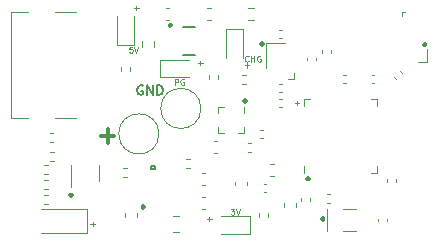
<source format=gbr>
%TF.GenerationSoftware,KiCad,Pcbnew,(5.1.9)-1*%
%TF.CreationDate,2021-05-29T14:53:35+02:00*%
%TF.ProjectId,Speed_sensor,53706565-645f-4736-956e-736f722e6b69,1.0*%
%TF.SameCoordinates,Original*%
%TF.FileFunction,Legend,Top*%
%TF.FilePolarity,Positive*%
%FSLAX46Y46*%
G04 Gerber Fmt 4.6, Leading zero omitted, Abs format (unit mm)*
G04 Created by KiCad (PCBNEW (5.1.9)-1) date 2021-05-29 14:53:35*
%MOMM*%
%LPD*%
G01*
G04 APERTURE LIST*
%ADD10C,0.125000*%
%ADD11C,0.300000*%
%ADD12C,0.200000*%
%ADD13C,0.120000*%
%ADD14C,0.152400*%
G04 APERTURE END LIST*
D10*
X46482047Y-43342690D02*
X46482047Y-42842690D01*
X46672523Y-42842690D01*
X46720142Y-42866500D01*
X46743952Y-42890309D01*
X46767761Y-42937928D01*
X46767761Y-43009357D01*
X46743952Y-43056976D01*
X46720142Y-43080785D01*
X46672523Y-43104595D01*
X46482047Y-43104595D01*
X47243952Y-42866500D02*
X47196333Y-42842690D01*
X47124904Y-42842690D01*
X47053476Y-42866500D01*
X47005857Y-42914119D01*
X46982047Y-42961738D01*
X46958238Y-43056976D01*
X46958238Y-43128404D01*
X46982047Y-43223642D01*
X47005857Y-43271261D01*
X47053476Y-43318880D01*
X47124904Y-43342690D01*
X47172523Y-43342690D01*
X47243952Y-43318880D01*
X47267761Y-43295071D01*
X47267761Y-43128404D01*
X47172523Y-43128404D01*
X52728857Y-41326571D02*
X52705047Y-41350380D01*
X52633619Y-41374190D01*
X52586000Y-41374190D01*
X52514571Y-41350380D01*
X52466952Y-41302761D01*
X52443142Y-41255142D01*
X52419333Y-41159904D01*
X52419333Y-41088476D01*
X52443142Y-40993238D01*
X52466952Y-40945619D01*
X52514571Y-40898000D01*
X52586000Y-40874190D01*
X52633619Y-40874190D01*
X52705047Y-40898000D01*
X52728857Y-40921809D01*
X52943142Y-41374190D02*
X52943142Y-40874190D01*
X52943142Y-41112285D02*
X53228857Y-41112285D01*
X53228857Y-41374190D02*
X53228857Y-40874190D01*
X53728857Y-40898000D02*
X53681238Y-40874190D01*
X53609809Y-40874190D01*
X53538380Y-40898000D01*
X53490761Y-40945619D01*
X53466952Y-40993238D01*
X53443142Y-41088476D01*
X53443142Y-41159904D01*
X53466952Y-41255142D01*
X53490761Y-41302761D01*
X53538380Y-41350380D01*
X53609809Y-41374190D01*
X53657428Y-41374190D01*
X53728857Y-41350380D01*
X53752666Y-41326571D01*
X53752666Y-41159904D01*
X53657428Y-41159904D01*
X42894261Y-40112190D02*
X42656166Y-40112190D01*
X42632357Y-40350285D01*
X42656166Y-40326476D01*
X42703785Y-40302666D01*
X42822833Y-40302666D01*
X42870452Y-40326476D01*
X42894261Y-40350285D01*
X42918071Y-40397904D01*
X42918071Y-40516952D01*
X42894261Y-40564571D01*
X42870452Y-40588380D01*
X42822833Y-40612190D01*
X42703785Y-40612190D01*
X42656166Y-40588380D01*
X42632357Y-40564571D01*
X43060928Y-40112190D02*
X43227595Y-40612190D01*
X43394261Y-40112190D01*
X51219147Y-53828190D02*
X51528671Y-53828190D01*
X51362004Y-54018666D01*
X51433433Y-54018666D01*
X51481052Y-54042476D01*
X51504861Y-54066285D01*
X51528671Y-54113904D01*
X51528671Y-54232952D01*
X51504861Y-54280571D01*
X51481052Y-54304380D01*
X51433433Y-54328190D01*
X51290576Y-54328190D01*
X51242957Y-54304380D01*
X51219147Y-54280571D01*
X51671528Y-53828190D02*
X51838195Y-54328190D01*
X52004861Y-53828190D01*
X43040323Y-36853014D02*
X43421276Y-36853014D01*
X43230800Y-37043490D02*
X43230800Y-36662538D01*
X52387523Y-41691714D02*
X52768476Y-41691714D01*
X52578000Y-41882190D02*
X52578000Y-41501238D01*
X48450523Y-41501214D02*
X48831476Y-41501214D01*
X48641000Y-41691690D02*
X48641000Y-41310738D01*
D11*
X52451000Y-44668214D02*
X52522428Y-44739642D01*
X52451000Y-44811071D01*
X52379571Y-44739642D01*
X52451000Y-44668214D01*
X52451000Y-44811071D01*
X58991500Y-54637714D02*
X59062928Y-54709142D01*
X58991500Y-54780571D01*
X58920071Y-54709142D01*
X58991500Y-54637714D01*
X58991500Y-54780571D01*
D10*
X56616623Y-44892114D02*
X56997576Y-44892114D01*
X56807100Y-45082590D02*
X56807100Y-44701638D01*
X49212523Y-54709214D02*
X49593476Y-54709214D01*
X49403000Y-54899690D02*
X49403000Y-54518738D01*
X39331923Y-55128314D02*
X39712876Y-55128314D01*
X39522400Y-55318790D02*
X39522400Y-54937838D01*
D11*
X46110100Y-38246614D02*
X46181528Y-38318042D01*
X46110100Y-38389471D01*
X46038671Y-38318042D01*
X46110100Y-38246614D01*
X46110100Y-38389471D01*
X53882500Y-39842214D02*
X53953928Y-39913642D01*
X53882500Y-39985071D01*
X53811071Y-39913642D01*
X53882500Y-39842214D01*
X53882500Y-39985071D01*
X67623900Y-39859514D02*
X67695328Y-39930942D01*
X67623900Y-40002371D01*
X67552471Y-39930942D01*
X67623900Y-39859514D01*
X67623900Y-40002371D01*
X57785000Y-51208714D02*
X57856428Y-51280142D01*
X57785000Y-51351571D01*
X57713571Y-51280142D01*
X57785000Y-51208714D01*
X57785000Y-51351571D01*
X43824100Y-53600914D02*
X43895528Y-53672342D01*
X43824100Y-53743771D01*
X43752671Y-53672342D01*
X43824100Y-53600914D01*
X43824100Y-53743771D01*
X37690000Y-52635714D02*
X37761428Y-52707142D01*
X37690000Y-52778571D01*
X37618571Y-52707142D01*
X37690000Y-52635714D01*
X37690000Y-52778571D01*
D12*
X43770476Y-43430000D02*
X43694285Y-43391904D01*
X43580000Y-43391904D01*
X43465714Y-43430000D01*
X43389523Y-43506190D01*
X43351428Y-43582380D01*
X43313333Y-43734761D01*
X43313333Y-43849047D01*
X43351428Y-44001428D01*
X43389523Y-44077619D01*
X43465714Y-44153809D01*
X43580000Y-44191904D01*
X43656190Y-44191904D01*
X43770476Y-44153809D01*
X43808571Y-44115714D01*
X43808571Y-43849047D01*
X43656190Y-43849047D01*
X44151428Y-44191904D02*
X44151428Y-43391904D01*
X44608571Y-44191904D01*
X44608571Y-43391904D01*
X44989523Y-44191904D02*
X44989523Y-43391904D01*
X45180000Y-43391904D01*
X45294285Y-43430000D01*
X45370476Y-43506190D01*
X45408571Y-43582380D01*
X45446666Y-43734761D01*
X45446666Y-43849047D01*
X45408571Y-44001428D01*
X45370476Y-44077619D01*
X45294285Y-44153809D01*
X45180000Y-44191904D01*
X44989523Y-44191904D01*
D11*
X40218571Y-47657142D02*
X41361428Y-47657142D01*
X40790000Y-48228571D02*
X40790000Y-47085714D01*
D13*
%TO.C,R2*%
X43673500Y-39623276D02*
X43673500Y-40132724D01*
X44718500Y-39623276D02*
X44718500Y-40132724D01*
%TO.C,C22*%
X65232349Y-42836466D02*
X65068534Y-42672651D01*
X65741466Y-42327349D02*
X65577651Y-42163534D01*
%TO.C,U6*%
X40022000Y-51500000D02*
X40022000Y-50100000D01*
X37702000Y-50100000D02*
X37702000Y-52000000D01*
%TO.C,Y1*%
X60726000Y-53835000D02*
X61826000Y-53835000D01*
X60726000Y-55735000D02*
X61826000Y-55735000D01*
X59326000Y-53885000D02*
X59326000Y-55685000D01*
%TO.C,C1*%
X45727233Y-37822600D02*
X46019767Y-37822600D01*
X45727233Y-36802600D02*
X46019767Y-36802600D01*
%TO.C,C2*%
X49522767Y-37822600D02*
X49230233Y-37822600D01*
X49522767Y-36802600D02*
X49230233Y-36802600D01*
%TO.C,C4*%
X42289000Y-54502267D02*
X42289000Y-54209733D01*
X43309000Y-54502267D02*
X43309000Y-54209733D01*
%TO.C,C6*%
X48748733Y-51818000D02*
X49041267Y-51818000D01*
X48748733Y-50798000D02*
X49041267Y-50798000D01*
%TO.C,C7*%
X48748733Y-53850000D02*
X49041267Y-53850000D01*
X48748733Y-52830000D02*
X49041267Y-52830000D01*
%TO.C,C8*%
X56706000Y-53368733D02*
X56706000Y-53661267D01*
X55686000Y-53368733D02*
X55686000Y-53661267D01*
%TO.C,C9*%
X64472000Y-51299665D02*
X64472000Y-51531335D01*
X65192000Y-51299665D02*
X65192000Y-51531335D01*
%TO.C,C10*%
X55519835Y-44511000D02*
X55288165Y-44511000D01*
X55519835Y-45231000D02*
X55288165Y-45231000D01*
%TO.C,C11*%
X58420000Y-41263835D02*
X58420000Y-41032165D01*
X57700000Y-41263835D02*
X57700000Y-41032165D01*
%TO.C,C12*%
X58970000Y-40660835D02*
X58970000Y-40429165D01*
X59690000Y-40660835D02*
X59690000Y-40429165D01*
%TO.C,C13*%
X57910000Y-52950165D02*
X57910000Y-53181835D01*
X57190000Y-52950165D02*
X57190000Y-53181835D01*
%TO.C,C14*%
X51560000Y-51542733D02*
X51560000Y-51835267D01*
X52580000Y-51542733D02*
X52580000Y-51835267D01*
%TO.C,C15*%
X59613835Y-53319000D02*
X59382165Y-53319000D01*
X59613835Y-52599000D02*
X59382165Y-52599000D01*
%TO.C,C16*%
X64430000Y-54669165D02*
X64430000Y-54900835D01*
X63710000Y-54669165D02*
X63710000Y-54900835D01*
%TO.C,C17*%
X60748165Y-43208000D02*
X60979835Y-43208000D01*
X60748165Y-42488000D02*
X60979835Y-42488000D01*
%TO.C,C18*%
X55288165Y-38669000D02*
X55519835Y-38669000D01*
X55288165Y-39389000D02*
X55519835Y-39389000D01*
%TO.C,C19*%
X55519835Y-43241000D02*
X55288165Y-43241000D01*
X55519835Y-43961000D02*
X55288165Y-43961000D01*
%TO.C,C20*%
X52716165Y-48281000D02*
X52947835Y-48281000D01*
X52716165Y-49001000D02*
X52947835Y-49001000D01*
%TO.C,C21*%
X50057267Y-49151000D02*
X49764733Y-49151000D01*
X50057267Y-48131000D02*
X49764733Y-48131000D01*
%TO.C,D1*%
X41573000Y-37474000D02*
X41573000Y-39934000D01*
X41573000Y-39934000D02*
X43043000Y-39934000D01*
X43043000Y-39934000D02*
X43043000Y-37474000D01*
%TO.C,D2*%
X47663000Y-41225800D02*
X45203000Y-41225800D01*
X45203000Y-41225800D02*
X45203000Y-42695800D01*
X45203000Y-42695800D02*
X47663000Y-42695800D01*
%TO.C,D3*%
X50827000Y-38587600D02*
X50827000Y-41047600D01*
X52297000Y-38587600D02*
X50827000Y-38587600D01*
X52297000Y-41047600D02*
X52297000Y-38587600D01*
%TO.C,D4*%
X39080000Y-55864000D02*
X39080000Y-53864000D01*
X39080000Y-53864000D02*
X35180000Y-53864000D01*
X39080000Y-55864000D02*
X35180000Y-55864000D01*
%TO.C,D5*%
X52860000Y-54465000D02*
X50400000Y-54465000D01*
X52860000Y-55935000D02*
X52860000Y-54465000D01*
X50400000Y-55935000D02*
X52860000Y-55935000D01*
%TO.C,L2*%
X54202200Y-52430000D02*
X54001800Y-52430000D01*
X54202200Y-51710000D02*
X54001800Y-51710000D01*
%TO.C,L3*%
X54908267Y-51056000D02*
X54565733Y-51056000D01*
X54908267Y-50036000D02*
X54565733Y-50036000D01*
%TO.C,L4*%
X63346200Y-42488000D02*
X63145800Y-42488000D01*
X63346200Y-43208000D02*
X63145800Y-43208000D01*
%TO.C,R3*%
X53211824Y-37860500D02*
X52702376Y-37860500D01*
X53211824Y-36815500D02*
X52702376Y-36815500D01*
%TO.C,R6*%
X35392379Y-52706000D02*
X35727621Y-52706000D01*
X35392379Y-53466000D02*
X35727621Y-53466000D01*
%TO.C,R7*%
X35392379Y-52196000D02*
X35727621Y-52196000D01*
X35392379Y-51436000D02*
X35727621Y-51436000D01*
%TO.C,R8*%
X35727621Y-50926000D02*
X35392379Y-50926000D01*
X35727621Y-50166000D02*
X35392379Y-50166000D01*
%TO.C,R9*%
X36235621Y-49783000D02*
X35900379Y-49783000D01*
X36235621Y-49023000D02*
X35900379Y-49023000D01*
%TO.C,R10*%
X42458621Y-50420000D02*
X42123379Y-50420000D01*
X42458621Y-51180000D02*
X42123379Y-51180000D01*
%TO.C,R12*%
X47457379Y-50354500D02*
X47792621Y-50354500D01*
X47457379Y-49594500D02*
X47792621Y-49594500D01*
D14*
%TO.C,U1*%
X47175567Y-40779700D02*
X48176033Y-40779700D01*
X48176033Y-38417500D02*
X47175567Y-38417500D01*
D13*
%TO.C,U4*%
X57391300Y-50222840D02*
X57391300Y-50772840D01*
X63611300Y-44552840D02*
X63061300Y-44552840D01*
X63611300Y-45102840D02*
X63611300Y-44552840D01*
X63611300Y-50772840D02*
X63061300Y-50772840D01*
X63611300Y-50222840D02*
X63611300Y-50772840D01*
X57391300Y-44552840D02*
X57941300Y-44552840D01*
X57391300Y-45102840D02*
X57391300Y-44552840D01*
%TO.C,U5*%
X52338000Y-46950000D02*
X52338000Y-47450000D01*
X52338000Y-47450000D02*
X51838000Y-47450000D01*
X51838000Y-47450000D02*
X51838000Y-47450000D01*
X50638000Y-47450000D02*
X50138000Y-47450000D01*
X50138000Y-47450000D02*
X50138000Y-46950000D01*
X50138000Y-46950000D02*
X50138000Y-46950000D01*
X50138000Y-45750000D02*
X50138000Y-45250000D01*
X50138000Y-45250000D02*
X50638000Y-45250000D01*
X50638000Y-45250000D02*
X50638000Y-45250000D01*
X52338000Y-45750000D02*
X52338000Y-45250000D01*
X52338000Y-45250000D02*
X52338000Y-45250000D01*
%TO.C,Y2*%
X56104000Y-42815000D02*
X56604000Y-42815000D01*
X56604000Y-42815000D02*
X56604000Y-42315000D01*
X55804000Y-39815000D02*
X54204000Y-39815000D01*
X54204000Y-39815000D02*
X54204000Y-41915000D01*
%TO.C,C5*%
X53732165Y-47858000D02*
X53963835Y-47858000D01*
X53732165Y-47138000D02*
X53963835Y-47138000D01*
%TO.C,H17*%
X45134000Y-47498000D02*
G75*
G03*
X45134000Y-47498000I-1700000J0D01*
G01*
%TO.C,H18*%
X48690000Y-45339000D02*
G75*
G03*
X48690000Y-45339000I-1700000J0D01*
G01*
%TO.C,J1*%
X32625000Y-46126000D02*
X32625000Y-37186000D01*
X38135000Y-46126000D02*
X36335000Y-46126000D01*
X32625000Y-46126000D02*
X34085000Y-46126000D01*
X32625000Y-37186000D02*
X34085000Y-37186000D01*
X38135000Y-37186000D02*
X36335000Y-37186000D01*
%TO.C,AE1*%
X65700000Y-37500000D02*
X65700000Y-37200000D01*
X65700000Y-37200000D02*
X66000000Y-37200000D01*
X67100000Y-41400000D02*
X67800000Y-41400000D01*
X67800000Y-41400000D02*
X67800000Y-40300000D01*
D14*
%TO.C,U3*%
X44443650Y-50253900D02*
X44824650Y-50253900D01*
X44824650Y-50253900D02*
X44824650Y-50507900D01*
X44824650Y-50507900D02*
X44443650Y-50507900D01*
X44443650Y-50507900D02*
X44443650Y-50253900D01*
D13*
%TO.C,R1*%
X41928000Y-41806379D02*
X41928000Y-42141621D01*
X42688000Y-41806379D02*
X42688000Y-42141621D01*
%TO.C,R4*%
X49404000Y-42504379D02*
X49404000Y-42839621D01*
X50164000Y-42504379D02*
X50164000Y-42839621D01*
%TO.C,R5*%
X52491621Y-43306000D02*
X52156379Y-43306000D01*
X52491621Y-42546000D02*
X52156379Y-42546000D01*
%TO.C,R11*%
X54380000Y-54232379D02*
X54380000Y-54567621D01*
X53620000Y-54232379D02*
X53620000Y-54567621D01*
%TO.C,L1*%
X46347748Y-54408000D02*
X46870252Y-54408000D01*
X46347748Y-55828000D02*
X46870252Y-55828000D01*
%TO.C,C3*%
X36187835Y-47455500D02*
X35956165Y-47455500D01*
X36187835Y-48175500D02*
X35956165Y-48175500D01*
%TD*%
M02*

</source>
